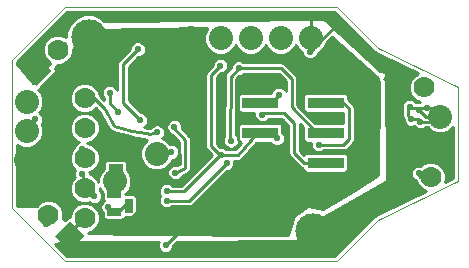
<source format=gbl>
G04 (created by PCBNEW (2013-jul-07)-stable) date Fri 06 Feb 2015 01:54:20 AM EST*
%MOIN*%
G04 Gerber Fmt 3.4, Leading zero omitted, Abs format*
%FSLAX34Y34*%
G01*
G70*
G90*
G04 APERTURE LIST*
%ADD10C,0.00590551*%
%ADD11C,0.00393701*%
%ADD12R,0.045X0.025*%
%ADD13R,0.025X0.045*%
%ADD14R,0.119X0.038*%
%ADD15R,0.07X0.07*%
%ADD16C,0.07*%
%ADD17C,0.08*%
%ADD18C,0.11811*%
%ADD19C,0.022*%
%ADD20C,0.009*%
%ADD21C,0.02*%
%ADD22C,0.01*%
G04 APERTURE END LIST*
G54D10*
G54D11*
X55118Y-14960D02*
X46062Y-14960D01*
X55118Y-23425D02*
X46062Y-23425D01*
X46062Y-23425D02*
X44291Y-21653D01*
X44291Y-16732D02*
X46062Y-14960D01*
X59153Y-20767D02*
X56496Y-22047D01*
X59153Y-17618D02*
X59153Y-20767D01*
X56496Y-16338D02*
X59153Y-17618D01*
X44291Y-16732D02*
X44291Y-21653D01*
X55118Y-14960D02*
X56496Y-16338D01*
X55118Y-23425D02*
X56496Y-22047D01*
G54D12*
X47750Y-20321D03*
X47750Y-19721D03*
G54D13*
X48188Y-21582D03*
X48788Y-21582D03*
G54D12*
X47700Y-21786D03*
X47700Y-21186D03*
G54D14*
X52570Y-18151D03*
X52570Y-19151D03*
X52570Y-20151D03*
X54750Y-18151D03*
X54750Y-19151D03*
X54750Y-20151D03*
G54D15*
X46725Y-16995D03*
G54D16*
X46725Y-17995D03*
X46725Y-18995D03*
X46725Y-19995D03*
X46725Y-20995D03*
X46725Y-21995D03*
G54D17*
X47727Y-20768D03*
G54D10*
G36*
X45118Y-17580D02*
X44623Y-17085D01*
X45118Y-16590D01*
X45613Y-17085D01*
X45118Y-17580D01*
X45118Y-17580D01*
G37*
G54D16*
X45825Y-16378D03*
G54D10*
G36*
X56660Y-17379D02*
X56956Y-16744D01*
X57590Y-17040D01*
X57294Y-17675D01*
X56660Y-17379D01*
X56660Y-17379D01*
G37*
G54D16*
X58031Y-17632D03*
G54D10*
G36*
X57177Y-21496D02*
X56881Y-20862D01*
X57516Y-20566D01*
X57811Y-21200D01*
X57177Y-21496D01*
X57177Y-21496D01*
G37*
G54D16*
X58253Y-20608D03*
G54D10*
G36*
X46714Y-22597D02*
X46219Y-23092D01*
X45724Y-22597D01*
X46219Y-22102D01*
X46714Y-22597D01*
X46714Y-22597D01*
G37*
G54D16*
X45512Y-21890D03*
G54D17*
X58570Y-18610D03*
X58530Y-19660D03*
X49119Y-19845D03*
G54D18*
X46850Y-15944D03*
X54330Y-22440D03*
G54D17*
X51250Y-16000D03*
X52250Y-16000D03*
X53250Y-16000D03*
X50250Y-16000D03*
X44783Y-19094D03*
X44783Y-18110D03*
X44779Y-20062D03*
X54257Y-15981D03*
G54D19*
X47040Y-21258D03*
X46625Y-20535D03*
X49740Y-20478D03*
X49703Y-18959D03*
X53154Y-16169D03*
X57010Y-17260D03*
X46620Y-22869D03*
X44856Y-16623D03*
X44975Y-16905D03*
X58023Y-19509D03*
X57456Y-19516D03*
X57666Y-20027D03*
X54230Y-16443D03*
X58300Y-20040D03*
X46193Y-22703D03*
X57346Y-21031D03*
X53196Y-17878D03*
X57869Y-18375D03*
X49420Y-22890D03*
X51888Y-20169D03*
X50134Y-18277D03*
X54404Y-17045D03*
X53934Y-18258D03*
X51114Y-22323D03*
X56012Y-20295D03*
X48258Y-19985D03*
X48370Y-20734D03*
X50386Y-21945D03*
X48034Y-22449D03*
X53459Y-18978D03*
X51294Y-19308D03*
X56298Y-19290D03*
X56433Y-19005D03*
X56196Y-18888D03*
X56046Y-19188D03*
X57561Y-18277D03*
X57614Y-18689D03*
X58122Y-18329D03*
X57911Y-18779D03*
X45332Y-20062D03*
X45626Y-18949D03*
X49130Y-19132D03*
X49614Y-19788D03*
X45669Y-16535D03*
X46018Y-16240D03*
X58002Y-17850D03*
X58173Y-17651D03*
X57857Y-20502D03*
X58170Y-20620D03*
X45429Y-22196D03*
X45430Y-21980D03*
X52638Y-18543D03*
X54528Y-19545D03*
X45078Y-18700D03*
X45078Y-18110D03*
X47508Y-21624D03*
X47840Y-18446D03*
X47556Y-17816D03*
X48496Y-16366D03*
X48578Y-18732D03*
X49451Y-21411D03*
X51449Y-20156D03*
X51990Y-15987D03*
X51597Y-19416D03*
X51863Y-16996D03*
X54869Y-19202D03*
X51242Y-16911D03*
X49453Y-21094D03*
X51102Y-15993D03*
X51256Y-19882D03*
X53130Y-19338D03*
X46800Y-19044D03*
X46638Y-19686D03*
G54D20*
X46695Y-21000D02*
X46738Y-21000D01*
X46738Y-21000D02*
X47040Y-21258D01*
X46625Y-20535D02*
X46695Y-20775D01*
X46695Y-20775D02*
X46695Y-21000D01*
X49740Y-20478D02*
X50079Y-20312D01*
X50079Y-20312D02*
X50072Y-19386D01*
X50072Y-19386D02*
X49703Y-19007D01*
X49703Y-19007D02*
X49703Y-18959D01*
X53154Y-16169D02*
X53088Y-16103D01*
X53088Y-16103D02*
X53088Y-15966D01*
X46259Y-15157D02*
X46259Y-15219D01*
X46259Y-15219D02*
X44856Y-16623D01*
X54257Y-15110D02*
X46259Y-15157D01*
X54257Y-15110D02*
X54257Y-15981D01*
X54257Y-15981D02*
X54257Y-16416D01*
X54257Y-16416D02*
X54230Y-16443D01*
X46695Y-22000D02*
X46193Y-22501D01*
X46193Y-22501D02*
X46193Y-22703D01*
X57010Y-17260D02*
X57041Y-17228D01*
X57041Y-17228D02*
X57266Y-17228D01*
X46553Y-23257D02*
X46553Y-22935D01*
X46553Y-22935D02*
X46620Y-22869D01*
X45099Y-16623D02*
X44856Y-16623D01*
X44975Y-16905D02*
X44991Y-16921D01*
X44991Y-16921D02*
X44991Y-17093D01*
X57463Y-19509D02*
X58023Y-19509D01*
X57456Y-19516D02*
X57463Y-19509D01*
X57862Y-19901D02*
X57792Y-19901D01*
X57792Y-19901D02*
X57666Y-20027D01*
X58530Y-19660D02*
X57599Y-19660D01*
X57346Y-19912D02*
X57346Y-21031D01*
X57599Y-19660D02*
X57346Y-19912D01*
X55255Y-15405D02*
X55295Y-15405D01*
X54230Y-16443D02*
X55255Y-15405D01*
X58530Y-19660D02*
X58530Y-19810D01*
X58530Y-19810D02*
X58300Y-20040D01*
X58380Y-19610D02*
X57630Y-19610D01*
X57266Y-19246D02*
X57266Y-17228D01*
X57630Y-19610D02*
X57266Y-19246D01*
X55000Y-15110D02*
X55295Y-15405D01*
X57118Y-17228D02*
X57266Y-17228D01*
X55295Y-15405D02*
X57118Y-17228D01*
X46193Y-22897D02*
X46553Y-23257D01*
X46553Y-23257D02*
X46557Y-23261D01*
X46193Y-22703D02*
X46193Y-22897D01*
X57346Y-21031D02*
X57081Y-21031D01*
X54852Y-23261D02*
X57081Y-21031D01*
X46557Y-23261D02*
X54852Y-23261D01*
X52923Y-18151D02*
X52570Y-18151D01*
X53196Y-17878D02*
X52923Y-18151D01*
X54257Y-15110D02*
X55000Y-15110D01*
X48752Y-21465D02*
X48569Y-21465D01*
X48569Y-21465D02*
X48453Y-21349D01*
X48272Y-19999D02*
X48028Y-19999D01*
X48028Y-19999D02*
X47750Y-19721D01*
X58401Y-18779D02*
X58570Y-18610D01*
X57911Y-18779D02*
X58401Y-18779D01*
X58104Y-18610D02*
X57869Y-18375D01*
X58570Y-18610D02*
X58104Y-18610D01*
X57821Y-18689D02*
X57911Y-18779D01*
X57614Y-18689D02*
X57821Y-18689D01*
X51114Y-22323D02*
X49987Y-22323D01*
X49987Y-22323D02*
X49420Y-22890D01*
X51888Y-20169D02*
X51906Y-20151D01*
X51906Y-20151D02*
X52570Y-20151D01*
X47047Y-15944D02*
X50264Y-15944D01*
X50264Y-15944D02*
X50295Y-15975D01*
X50295Y-15975D02*
X50295Y-18116D01*
X50295Y-18116D02*
X50134Y-18277D01*
X47766Y-22289D02*
X47874Y-22289D01*
X47874Y-22289D02*
X48034Y-22449D01*
X45297Y-20097D02*
X45332Y-20062D01*
X54404Y-17045D02*
X53934Y-17515D01*
X53934Y-17515D02*
X53934Y-18258D01*
X51114Y-22323D02*
X51219Y-22218D01*
X51219Y-22218D02*
X51380Y-22218D01*
X56012Y-20295D02*
X55741Y-20566D01*
X55741Y-20566D02*
X53144Y-20566D01*
X53144Y-20566D02*
X52729Y-20151D01*
X52729Y-20151D02*
X52570Y-20151D01*
X45339Y-18081D02*
X46420Y-17000D01*
X46420Y-17000D02*
X46695Y-17000D01*
X46695Y-17000D02*
X47047Y-16647D01*
X47047Y-16647D02*
X47047Y-15944D01*
X48370Y-20734D02*
X48370Y-20097D01*
X48370Y-20097D02*
X48272Y-19999D01*
X48272Y-19999D02*
X48258Y-19985D01*
X48453Y-21231D02*
X48453Y-20817D01*
X48453Y-20817D02*
X48370Y-20734D01*
X50386Y-21945D02*
X48225Y-21945D01*
X48225Y-21945D02*
X48219Y-21951D01*
X50386Y-21945D02*
X50372Y-21931D01*
X50372Y-21931D02*
X50805Y-21614D01*
X48034Y-22449D02*
X48219Y-22264D01*
X48219Y-22264D02*
X48219Y-21951D01*
X52439Y-18825D02*
X53308Y-18825D01*
X53308Y-18825D02*
X53459Y-18976D01*
X53459Y-18976D02*
X53459Y-18978D01*
X51854Y-19530D02*
X51854Y-19411D01*
X51854Y-19411D02*
X51840Y-19397D01*
X51840Y-19397D02*
X51840Y-18844D01*
X51840Y-18844D02*
X51859Y-18825D01*
X51859Y-18825D02*
X52439Y-18825D01*
X52439Y-18825D02*
X52440Y-18824D01*
X51685Y-19645D02*
X51738Y-19645D01*
X51738Y-19645D02*
X51854Y-19530D01*
X51294Y-19308D02*
X51336Y-19350D01*
X51336Y-19350D02*
X51336Y-19554D01*
X51336Y-19554D02*
X51471Y-19689D01*
X51471Y-19689D02*
X51642Y-19689D01*
X51642Y-19689D02*
X51685Y-19645D01*
X51685Y-19645D02*
X51687Y-19644D01*
X50805Y-21614D02*
X51490Y-21231D01*
X51490Y-21231D02*
X52570Y-20151D01*
X48219Y-21951D02*
X48288Y-21951D01*
X48288Y-21951D02*
X48453Y-21786D01*
X48453Y-21786D02*
X48453Y-21660D01*
X48453Y-21660D02*
X48453Y-21349D01*
X48453Y-21349D02*
X48453Y-21231D01*
X56298Y-19290D02*
X56433Y-19155D01*
X56433Y-19155D02*
X56433Y-19005D01*
X56196Y-18888D02*
X56046Y-19038D01*
X56046Y-19038D02*
X56046Y-19188D01*
X57510Y-18396D02*
X57510Y-18328D01*
X57510Y-18328D02*
X57561Y-18277D01*
X57510Y-18315D02*
X57510Y-18396D01*
X57510Y-18396D02*
X57510Y-18585D01*
X57510Y-18585D02*
X57614Y-18689D01*
X58122Y-18329D02*
X58289Y-18329D01*
X58289Y-18329D02*
X58570Y-18610D01*
X57524Y-18329D02*
X58122Y-18329D01*
X57510Y-18315D02*
X57524Y-18329D01*
X45332Y-20062D02*
X45339Y-20055D01*
X45339Y-20055D02*
X45339Y-18816D01*
X45626Y-18949D02*
X45493Y-18816D01*
X45493Y-18816D02*
X45339Y-18816D01*
X45339Y-18816D02*
X45339Y-18081D01*
X46695Y-18000D02*
X47029Y-18000D01*
X47029Y-18000D02*
X47394Y-18365D01*
X47394Y-18365D02*
X47709Y-18927D01*
X47709Y-18927D02*
X48312Y-19085D01*
X48312Y-19085D02*
X48749Y-19170D01*
X48749Y-19170D02*
X48892Y-19204D01*
X48892Y-19204D02*
X49130Y-19132D01*
X49614Y-19788D02*
X49585Y-19817D01*
X49585Y-19817D02*
X49154Y-19817D01*
G54D21*
X45698Y-16386D02*
X45871Y-16386D01*
X45669Y-16535D02*
X45647Y-16556D01*
X45647Y-16556D02*
X45698Y-16386D01*
X45871Y-16386D02*
X46018Y-16240D01*
X58002Y-17850D02*
X58173Y-17678D01*
X58173Y-17678D02*
X58173Y-17651D01*
X57857Y-20502D02*
X57963Y-20608D01*
X57963Y-20608D02*
X58253Y-20608D01*
G54D20*
X58181Y-20608D02*
X58253Y-20608D01*
X58170Y-20620D02*
X58181Y-20608D01*
G54D21*
X45486Y-21996D02*
X45486Y-22144D01*
X45486Y-22144D02*
X45429Y-22196D01*
X45446Y-21996D02*
X45486Y-21996D01*
X45430Y-21980D02*
X45446Y-21996D01*
G54D20*
X53463Y-18594D02*
X53349Y-18480D01*
X53349Y-18480D02*
X52701Y-18480D01*
X52701Y-18480D02*
X52638Y-18543D01*
X54750Y-20151D02*
X54027Y-20151D01*
X53700Y-18831D02*
X53463Y-18594D01*
X53463Y-18594D02*
X53466Y-18597D01*
X53700Y-19824D02*
X53700Y-18831D01*
X54027Y-20151D02*
X53700Y-19824D01*
X54750Y-18151D02*
X55335Y-18151D01*
X55348Y-19545D02*
X54528Y-19545D01*
X55524Y-19369D02*
X55348Y-19545D01*
X55524Y-18340D02*
X55524Y-19369D01*
X55335Y-18151D02*
X55524Y-18340D01*
X45078Y-18700D02*
X44783Y-18996D01*
X44783Y-18996D02*
X44783Y-19094D01*
X45078Y-18110D02*
X44783Y-18110D01*
X47700Y-21786D02*
X47831Y-21786D01*
X47831Y-21786D02*
X48152Y-21465D01*
X47700Y-21786D02*
X47670Y-21786D01*
X47670Y-21786D02*
X47508Y-21624D01*
X47727Y-20768D02*
X47727Y-21159D01*
X47727Y-21159D02*
X47700Y-21186D01*
X47750Y-20321D02*
X47750Y-20745D01*
X47750Y-20745D02*
X47727Y-20768D01*
X47840Y-18446D02*
X47556Y-18162D01*
X47556Y-18162D02*
X47556Y-17816D01*
X47993Y-17271D02*
X47993Y-16869D01*
X47993Y-16869D02*
X48496Y-16366D01*
X48578Y-18732D02*
X47993Y-18147D01*
X47993Y-18147D02*
X47993Y-17271D01*
X49451Y-21411D02*
X50000Y-21411D01*
X50000Y-21411D02*
X50194Y-21411D01*
X50194Y-21411D02*
X51449Y-20156D01*
X51990Y-15987D02*
X52033Y-15944D01*
X52033Y-15944D02*
X52142Y-15944D01*
X51582Y-17277D02*
X51863Y-16996D01*
X51576Y-19395D02*
X51582Y-17277D01*
X51597Y-19416D02*
X51576Y-19395D01*
X54750Y-19151D02*
X54473Y-19151D01*
X53270Y-16996D02*
X51863Y-16996D01*
X53620Y-17346D02*
X53270Y-16996D01*
X53620Y-18298D02*
X53620Y-17346D01*
X54473Y-19151D02*
X53620Y-18298D01*
X54818Y-19151D02*
X54750Y-19151D01*
X54869Y-19202D02*
X54818Y-19151D01*
X51256Y-19882D02*
X51216Y-19882D01*
X51216Y-19882D02*
X50936Y-19602D01*
X50936Y-19602D02*
X50936Y-17217D01*
X50936Y-17217D02*
X51242Y-16911D01*
X49453Y-21094D02*
X49464Y-21105D01*
X49464Y-21105D02*
X50022Y-21105D01*
X50022Y-21105D02*
X51245Y-19882D01*
X51245Y-19882D02*
X51256Y-19882D01*
X51102Y-15993D02*
X51129Y-15966D01*
X51129Y-15966D02*
X51201Y-15966D01*
X51256Y-19882D02*
X51256Y-19897D01*
X52480Y-19151D02*
X52570Y-19151D01*
X51831Y-19899D02*
X52480Y-19151D01*
X51684Y-19899D02*
X51831Y-19899D01*
X51256Y-19897D02*
X51684Y-19899D01*
X52570Y-19151D02*
X53031Y-19151D01*
X53031Y-19151D02*
X53130Y-19338D01*
X46800Y-19044D02*
X46751Y-18995D01*
X46751Y-18995D02*
X46725Y-18995D01*
X46644Y-19254D02*
X46695Y-19203D01*
X46695Y-19203D02*
X46695Y-19000D01*
X46638Y-19686D02*
X46695Y-19887D01*
X46695Y-19887D02*
X46695Y-20000D01*
X46665Y-19698D02*
X46695Y-19728D01*
X46695Y-19728D02*
X46695Y-20000D01*
G54D10*
G36*
X58983Y-20661D02*
X58719Y-20788D01*
X58753Y-20708D01*
X58753Y-20509D01*
X58677Y-20325D01*
X58536Y-20185D01*
X58353Y-20108D01*
X58154Y-20108D01*
X57970Y-20184D01*
X57911Y-20243D01*
X57908Y-20242D01*
X57805Y-20241D01*
X57709Y-20281D01*
X57636Y-20354D01*
X57597Y-20450D01*
X57596Y-20553D01*
X57636Y-20649D01*
X57709Y-20722D01*
X57733Y-20732D01*
X57783Y-20782D01*
X57829Y-20891D01*
X57969Y-21032D01*
X58100Y-21086D01*
X56422Y-21894D01*
X56399Y-21911D01*
X56376Y-21927D01*
X55047Y-23255D01*
X46133Y-23255D01*
X45728Y-22850D01*
X46147Y-22792D01*
X49184Y-22779D01*
X49160Y-22838D01*
X49159Y-22941D01*
X49199Y-23037D01*
X49272Y-23110D01*
X49368Y-23149D01*
X49471Y-23150D01*
X49567Y-23110D01*
X49640Y-23037D01*
X49679Y-22941D01*
X49679Y-22905D01*
X49809Y-22776D01*
X53836Y-22757D01*
X54636Y-21999D01*
X56799Y-20769D01*
X56767Y-17133D01*
X56575Y-17103D01*
X54703Y-15370D01*
X47369Y-15416D01*
X47270Y-15317D01*
X46998Y-15204D01*
X46703Y-15204D01*
X46431Y-15316D01*
X46222Y-15524D01*
X46109Y-15796D01*
X46109Y-15955D01*
X46109Y-15955D01*
X45925Y-15878D01*
X45726Y-15878D01*
X45543Y-15954D01*
X45402Y-16095D01*
X45326Y-16278D01*
X45325Y-16477D01*
X45401Y-16661D01*
X45465Y-16725D01*
X45471Y-16733D01*
X45479Y-16739D01*
X45486Y-16745D01*
X45490Y-16750D01*
X45491Y-16751D01*
X45542Y-16802D01*
X45576Y-16816D01*
X44989Y-17486D01*
X44461Y-16856D01*
X44461Y-16802D01*
X46133Y-15130D01*
X55047Y-15130D01*
X56376Y-16458D01*
X56399Y-16474D01*
X56422Y-16491D01*
X57836Y-17172D01*
X57749Y-17208D01*
X57608Y-17348D01*
X57531Y-17532D01*
X57531Y-17731D01*
X57607Y-17915D01*
X57748Y-18056D01*
X57889Y-18115D01*
X57817Y-18114D01*
X57781Y-18129D01*
X57708Y-18056D01*
X57612Y-18017D01*
X57509Y-18016D01*
X57413Y-18056D01*
X57340Y-18129D01*
X57301Y-18225D01*
X57300Y-18328D01*
X57315Y-18362D01*
X57315Y-18396D01*
X57315Y-18585D01*
X57329Y-18659D01*
X57353Y-18695D01*
X57353Y-18740D01*
X57393Y-18836D01*
X57466Y-18909D01*
X57562Y-18948D01*
X57665Y-18949D01*
X57699Y-18935D01*
X57763Y-18999D01*
X57859Y-19038D01*
X57962Y-19039D01*
X58058Y-18999D01*
X58083Y-18974D01*
X58156Y-18974D01*
X58258Y-19075D01*
X58460Y-19159D01*
X58678Y-19160D01*
X58881Y-19076D01*
X58983Y-18974D01*
X58983Y-20661D01*
X58983Y-20661D01*
G37*
G54D22*
X58983Y-20661D02*
X58719Y-20788D01*
X58753Y-20708D01*
X58753Y-20509D01*
X58677Y-20325D01*
X58536Y-20185D01*
X58353Y-20108D01*
X58154Y-20108D01*
X57970Y-20184D01*
X57911Y-20243D01*
X57908Y-20242D01*
X57805Y-20241D01*
X57709Y-20281D01*
X57636Y-20354D01*
X57597Y-20450D01*
X57596Y-20553D01*
X57636Y-20649D01*
X57709Y-20722D01*
X57733Y-20732D01*
X57783Y-20782D01*
X57829Y-20891D01*
X57969Y-21032D01*
X58100Y-21086D01*
X56422Y-21894D01*
X56399Y-21911D01*
X56376Y-21927D01*
X55047Y-23255D01*
X46133Y-23255D01*
X45728Y-22850D01*
X46147Y-22792D01*
X49184Y-22779D01*
X49160Y-22838D01*
X49159Y-22941D01*
X49199Y-23037D01*
X49272Y-23110D01*
X49368Y-23149D01*
X49471Y-23150D01*
X49567Y-23110D01*
X49640Y-23037D01*
X49679Y-22941D01*
X49679Y-22905D01*
X49809Y-22776D01*
X53836Y-22757D01*
X54636Y-21999D01*
X56799Y-20769D01*
X56767Y-17133D01*
X56575Y-17103D01*
X54703Y-15370D01*
X47369Y-15416D01*
X47270Y-15317D01*
X46998Y-15204D01*
X46703Y-15204D01*
X46431Y-15316D01*
X46222Y-15524D01*
X46109Y-15796D01*
X46109Y-15955D01*
X46109Y-15955D01*
X45925Y-15878D01*
X45726Y-15878D01*
X45543Y-15954D01*
X45402Y-16095D01*
X45326Y-16278D01*
X45325Y-16477D01*
X45401Y-16661D01*
X45465Y-16725D01*
X45471Y-16733D01*
X45479Y-16739D01*
X45486Y-16745D01*
X45490Y-16750D01*
X45491Y-16751D01*
X45542Y-16802D01*
X45576Y-16816D01*
X44989Y-17486D01*
X44461Y-16856D01*
X44461Y-16802D01*
X46133Y-15130D01*
X55047Y-15130D01*
X56376Y-16458D01*
X56399Y-16474D01*
X56422Y-16491D01*
X57836Y-17172D01*
X57749Y-17208D01*
X57608Y-17348D01*
X57531Y-17532D01*
X57531Y-17731D01*
X57607Y-17915D01*
X57748Y-18056D01*
X57889Y-18115D01*
X57817Y-18114D01*
X57781Y-18129D01*
X57708Y-18056D01*
X57612Y-18017D01*
X57509Y-18016D01*
X57413Y-18056D01*
X57340Y-18129D01*
X57301Y-18225D01*
X57300Y-18328D01*
X57315Y-18362D01*
X57315Y-18396D01*
X57315Y-18585D01*
X57329Y-18659D01*
X57353Y-18695D01*
X57353Y-18740D01*
X57393Y-18836D01*
X57466Y-18909D01*
X57562Y-18948D01*
X57665Y-18949D01*
X57699Y-18935D01*
X57763Y-18999D01*
X57859Y-19038D01*
X57962Y-19039D01*
X58058Y-18999D01*
X58083Y-18974D01*
X58156Y-18974D01*
X58258Y-19075D01*
X58460Y-19159D01*
X58678Y-19160D01*
X58881Y-19076D01*
X58983Y-18974D01*
X58983Y-20661D01*
G54D10*
G36*
X56548Y-17478D02*
X56500Y-20552D01*
X55719Y-21045D01*
X55719Y-19369D01*
X55719Y-18340D01*
X55704Y-18265D01*
X55704Y-18265D01*
X55661Y-18202D01*
X55495Y-18035D01*
X55495Y-17931D01*
X55472Y-17876D01*
X55430Y-17833D01*
X55374Y-17811D01*
X55315Y-17810D01*
X54125Y-17810D01*
X54070Y-17833D01*
X54027Y-17875D01*
X54005Y-17931D01*
X54004Y-17990D01*
X54004Y-18370D01*
X54027Y-18425D01*
X54069Y-18468D01*
X54125Y-18490D01*
X54184Y-18491D01*
X55329Y-18491D01*
X55329Y-18810D01*
X55315Y-18810D01*
X54408Y-18810D01*
X53815Y-18217D01*
X53815Y-17346D01*
X53814Y-17345D01*
X53800Y-17271D01*
X53800Y-17271D01*
X53757Y-17208D01*
X53757Y-17208D01*
X53407Y-16858D01*
X53344Y-16815D01*
X53270Y-16801D01*
X52035Y-16801D01*
X52010Y-16775D01*
X51914Y-16736D01*
X51811Y-16735D01*
X51715Y-16775D01*
X51642Y-16848D01*
X51603Y-16944D01*
X51603Y-16980D01*
X51444Y-17139D01*
X51401Y-17202D01*
X51387Y-17277D01*
X51388Y-17283D01*
X51381Y-19263D01*
X51376Y-19268D01*
X51337Y-19364D01*
X51336Y-19467D01*
X51376Y-19563D01*
X51449Y-19636D01*
X51545Y-19675D01*
X51648Y-19676D01*
X51744Y-19636D01*
X51817Y-19563D01*
X51856Y-19467D01*
X51856Y-19435D01*
X51889Y-19468D01*
X51931Y-19485D01*
X51741Y-19704D01*
X51683Y-19704D01*
X51681Y-19704D01*
X51445Y-19703D01*
X51403Y-19661D01*
X51307Y-19622D01*
X51231Y-19621D01*
X51131Y-19521D01*
X51131Y-17297D01*
X51257Y-17171D01*
X51293Y-17171D01*
X51389Y-17131D01*
X51462Y-17058D01*
X51501Y-16962D01*
X51502Y-16859D01*
X51462Y-16763D01*
X51389Y-16690D01*
X51293Y-16651D01*
X51190Y-16650D01*
X51094Y-16690D01*
X51021Y-16763D01*
X50982Y-16859D01*
X50982Y-16895D01*
X50798Y-17079D01*
X50755Y-17142D01*
X50741Y-17217D01*
X50741Y-19602D01*
X50755Y-19676D01*
X50798Y-19739D01*
X50954Y-19896D01*
X50273Y-20577D01*
X50273Y-20299D01*
X50273Y-20298D01*
X50266Y-19384D01*
X50257Y-19337D01*
X50252Y-19314D01*
X50252Y-19312D01*
X50251Y-19310D01*
X50223Y-19268D01*
X50211Y-19250D01*
X50209Y-19248D01*
X50208Y-19247D01*
X50207Y-19246D01*
X49962Y-18994D01*
X49963Y-18907D01*
X49923Y-18811D01*
X49850Y-18738D01*
X49754Y-18699D01*
X49651Y-18698D01*
X49555Y-18738D01*
X49482Y-18811D01*
X49443Y-18907D01*
X49442Y-19010D01*
X49482Y-19106D01*
X49555Y-19179D01*
X49627Y-19209D01*
X49877Y-19466D01*
X49882Y-20190D01*
X49874Y-20195D01*
X49874Y-19736D01*
X49834Y-19640D01*
X49761Y-19567D01*
X49665Y-19528D01*
X49579Y-19527D01*
X49430Y-19379D01*
X49303Y-19326D01*
X49350Y-19279D01*
X49389Y-19183D01*
X49390Y-19080D01*
X49350Y-18984D01*
X49277Y-18911D01*
X49181Y-18872D01*
X49078Y-18871D01*
X48982Y-18911D01*
X48909Y-18984D01*
X48904Y-18996D01*
X48885Y-19002D01*
X48794Y-18980D01*
X48790Y-18980D01*
X48786Y-18978D01*
X48701Y-18962D01*
X48725Y-18952D01*
X48798Y-18879D01*
X48837Y-18783D01*
X48838Y-18680D01*
X48798Y-18584D01*
X48725Y-18511D01*
X48629Y-18472D01*
X48593Y-18472D01*
X48188Y-18066D01*
X48188Y-17271D01*
X48188Y-16949D01*
X48511Y-16626D01*
X48547Y-16626D01*
X48643Y-16586D01*
X48716Y-16513D01*
X48755Y-16417D01*
X48756Y-16314D01*
X48716Y-16218D01*
X48643Y-16145D01*
X48547Y-16106D01*
X48444Y-16105D01*
X48348Y-16145D01*
X48275Y-16218D01*
X48236Y-16314D01*
X48236Y-16350D01*
X47855Y-16731D01*
X47812Y-16794D01*
X47798Y-16869D01*
X47798Y-17271D01*
X47798Y-17720D01*
X47776Y-17668D01*
X47703Y-17595D01*
X47607Y-17556D01*
X47504Y-17555D01*
X47408Y-17595D01*
X47335Y-17668D01*
X47296Y-17764D01*
X47295Y-17867D01*
X47335Y-17963D01*
X47361Y-17988D01*
X47361Y-18056D01*
X47225Y-17920D01*
X47225Y-17895D01*
X47149Y-17712D01*
X47008Y-17571D01*
X46824Y-17495D01*
X46625Y-17494D01*
X46442Y-17570D01*
X46301Y-17711D01*
X46225Y-17895D01*
X46224Y-18094D01*
X46300Y-18277D01*
X46441Y-18418D01*
X46625Y-18494D01*
X46824Y-18495D01*
X47007Y-18419D01*
X47090Y-18336D01*
X47237Y-18483D01*
X47539Y-19022D01*
X47539Y-19022D01*
X47540Y-19025D01*
X47577Y-19066D01*
X47588Y-19080D01*
X47589Y-19080D01*
X47591Y-19082D01*
X47638Y-19105D01*
X47656Y-19114D01*
X47657Y-19114D01*
X47659Y-19115D01*
X48262Y-19273D01*
X48269Y-19274D01*
X48274Y-19276D01*
X48706Y-19360D01*
X48802Y-19383D01*
X48653Y-19533D01*
X48569Y-19735D01*
X48568Y-19953D01*
X48652Y-20156D01*
X48807Y-20310D01*
X49009Y-20394D01*
X49227Y-20395D01*
X49430Y-20311D01*
X49584Y-20156D01*
X49630Y-20048D01*
X49665Y-20048D01*
X49761Y-20008D01*
X49834Y-19935D01*
X49873Y-19839D01*
X49874Y-19736D01*
X49874Y-20195D01*
X49811Y-20226D01*
X49791Y-20218D01*
X49688Y-20217D01*
X49592Y-20257D01*
X49519Y-20330D01*
X49480Y-20426D01*
X49479Y-20529D01*
X49519Y-20625D01*
X49592Y-20698D01*
X49688Y-20737D01*
X49791Y-20738D01*
X49887Y-20698D01*
X49960Y-20625D01*
X49980Y-20577D01*
X50164Y-20487D01*
X50194Y-20464D01*
X50217Y-20448D01*
X50219Y-20444D01*
X50225Y-20440D01*
X50245Y-20406D01*
X50259Y-20385D01*
X50259Y-20381D01*
X50263Y-20375D01*
X50268Y-20334D01*
X50273Y-20310D01*
X50273Y-20301D01*
X50273Y-20299D01*
X50273Y-20577D01*
X49941Y-20910D01*
X49636Y-20910D01*
X49600Y-20873D01*
X49504Y-20834D01*
X49401Y-20833D01*
X49305Y-20873D01*
X49232Y-20946D01*
X49193Y-21042D01*
X49192Y-21145D01*
X49232Y-21241D01*
X49242Y-21251D01*
X49230Y-21263D01*
X49191Y-21359D01*
X49190Y-21462D01*
X49230Y-21558D01*
X49303Y-21631D01*
X49399Y-21670D01*
X49502Y-21671D01*
X49598Y-21631D01*
X49623Y-21606D01*
X50000Y-21606D01*
X50194Y-21606D01*
X50268Y-21591D01*
X50268Y-21591D01*
X50331Y-21548D01*
X51464Y-20416D01*
X51500Y-20416D01*
X51596Y-20376D01*
X51669Y-20303D01*
X51708Y-20207D01*
X51709Y-20104D01*
X51704Y-20094D01*
X51832Y-20093D01*
X51838Y-20092D01*
X51844Y-20093D01*
X51876Y-20084D01*
X51906Y-20078D01*
X51911Y-20075D01*
X51918Y-20073D01*
X51944Y-20053D01*
X51969Y-20036D01*
X51973Y-20030D01*
X51978Y-20026D01*
X52442Y-19491D01*
X52915Y-19491D01*
X52982Y-19558D01*
X53078Y-19597D01*
X53181Y-19598D01*
X53277Y-19558D01*
X53350Y-19485D01*
X53389Y-19389D01*
X53390Y-19286D01*
X53350Y-19190D01*
X53315Y-19155D01*
X53315Y-18931D01*
X53292Y-18876D01*
X53250Y-18833D01*
X53194Y-18811D01*
X53135Y-18810D01*
X51945Y-18810D01*
X51890Y-18833D01*
X51847Y-18875D01*
X51825Y-18931D01*
X51824Y-18990D01*
X51824Y-19286D01*
X51817Y-19268D01*
X51771Y-19222D01*
X51778Y-17356D01*
X51878Y-17256D01*
X51914Y-17256D01*
X52010Y-17216D01*
X52035Y-17191D01*
X53189Y-17191D01*
X53425Y-17426D01*
X53425Y-17751D01*
X53416Y-17730D01*
X53343Y-17657D01*
X53247Y-17618D01*
X53144Y-17617D01*
X53048Y-17657D01*
X52975Y-17730D01*
X52942Y-17810D01*
X51945Y-17810D01*
X51890Y-17833D01*
X51847Y-17875D01*
X51825Y-17931D01*
X51824Y-17990D01*
X51824Y-18370D01*
X51847Y-18425D01*
X51889Y-18468D01*
X51945Y-18490D01*
X52004Y-18491D01*
X52378Y-18491D01*
X52378Y-18491D01*
X52377Y-18594D01*
X52417Y-18690D01*
X52490Y-18763D01*
X52586Y-18802D01*
X52689Y-18803D01*
X52785Y-18763D01*
X52858Y-18690D01*
X52864Y-18675D01*
X53268Y-18675D01*
X53325Y-18731D01*
X53328Y-18734D01*
X53505Y-18911D01*
X53505Y-19824D01*
X53519Y-19898D01*
X53562Y-19961D01*
X53889Y-20288D01*
X53952Y-20331D01*
X53952Y-20331D01*
X54004Y-20341D01*
X54004Y-20370D01*
X54027Y-20425D01*
X54069Y-20468D01*
X54125Y-20490D01*
X54184Y-20491D01*
X55374Y-20491D01*
X55429Y-20468D01*
X55472Y-20426D01*
X55494Y-20370D01*
X55495Y-20311D01*
X55495Y-19931D01*
X55472Y-19876D01*
X55430Y-19833D01*
X55374Y-19811D01*
X55315Y-19810D01*
X54125Y-19810D01*
X54070Y-19833D01*
X54027Y-19875D01*
X54027Y-19876D01*
X53895Y-19743D01*
X53895Y-18848D01*
X54005Y-18958D01*
X54004Y-18990D01*
X54004Y-19370D01*
X54027Y-19425D01*
X54069Y-19468D01*
X54125Y-19490D01*
X54184Y-19491D01*
X54268Y-19491D01*
X54268Y-19493D01*
X54267Y-19596D01*
X54307Y-19692D01*
X54380Y-19765D01*
X54476Y-19804D01*
X54579Y-19805D01*
X54675Y-19765D01*
X54700Y-19740D01*
X55348Y-19740D01*
X55422Y-19725D01*
X55422Y-19725D01*
X55485Y-19682D01*
X55661Y-19506D01*
X55704Y-19443D01*
X55704Y-19443D01*
X55719Y-19369D01*
X55719Y-21045D01*
X54671Y-21706D01*
X54180Y-21575D01*
X53697Y-21908D01*
X53493Y-22549D01*
X48463Y-22512D01*
X48463Y-21777D01*
X48463Y-21327D01*
X48440Y-21272D01*
X48398Y-21229D01*
X48342Y-21207D01*
X48283Y-21206D01*
X48075Y-21206D01*
X48075Y-21197D01*
X48192Y-21079D01*
X48276Y-20877D01*
X48277Y-20659D01*
X48193Y-20456D01*
X48125Y-20388D01*
X48125Y-20166D01*
X48102Y-20111D01*
X48060Y-20068D01*
X48004Y-20046D01*
X47945Y-20045D01*
X47495Y-20045D01*
X47440Y-20068D01*
X47397Y-20110D01*
X47375Y-20166D01*
X47374Y-20225D01*
X47374Y-20342D01*
X47261Y-20456D01*
X47177Y-20658D01*
X47176Y-20779D01*
X47149Y-20712D01*
X47008Y-20571D01*
X46885Y-20520D01*
X46885Y-20483D01*
X46880Y-20471D01*
X47007Y-20419D01*
X47148Y-20278D01*
X47224Y-20094D01*
X47225Y-19895D01*
X47149Y-19712D01*
X47008Y-19571D01*
X46824Y-19495D01*
X46814Y-19495D01*
X46814Y-19495D01*
X46824Y-19495D01*
X47007Y-19419D01*
X47148Y-19278D01*
X47224Y-19094D01*
X47225Y-18895D01*
X47149Y-18712D01*
X47008Y-18571D01*
X46824Y-18495D01*
X46625Y-18494D01*
X46442Y-18570D01*
X46301Y-18711D01*
X46225Y-18895D01*
X46224Y-19094D01*
X46300Y-19277D01*
X46441Y-19418D01*
X46522Y-19452D01*
X46490Y-19465D01*
X46417Y-19538D01*
X46378Y-19634D01*
X46378Y-19634D01*
X46301Y-19711D01*
X46225Y-19895D01*
X46224Y-20094D01*
X46300Y-20277D01*
X46407Y-20384D01*
X46404Y-20387D01*
X46365Y-20483D01*
X46364Y-20586D01*
X46382Y-20629D01*
X46301Y-20711D01*
X46225Y-20895D01*
X46224Y-21094D01*
X46300Y-21277D01*
X46441Y-21418D01*
X46625Y-21494D01*
X46824Y-21495D01*
X46884Y-21470D01*
X46892Y-21478D01*
X46988Y-21517D01*
X47091Y-21518D01*
X47187Y-21478D01*
X47260Y-21405D01*
X47299Y-21309D01*
X47300Y-21206D01*
X47260Y-21110D01*
X47224Y-21075D01*
X47225Y-20993D01*
X47260Y-21079D01*
X47324Y-21143D01*
X47324Y-21340D01*
X47347Y-21395D01*
X47358Y-21406D01*
X47287Y-21476D01*
X47248Y-21572D01*
X47247Y-21675D01*
X47287Y-21771D01*
X47324Y-21808D01*
X47324Y-21940D01*
X47347Y-21995D01*
X47389Y-22038D01*
X47445Y-22060D01*
X47504Y-22061D01*
X47954Y-22061D01*
X48009Y-22038D01*
X48052Y-21996D01*
X48068Y-21957D01*
X48092Y-21957D01*
X48342Y-21957D01*
X48397Y-21934D01*
X48440Y-21892D01*
X48462Y-21836D01*
X48463Y-21777D01*
X48463Y-22512D01*
X46829Y-22500D01*
X46824Y-22495D01*
X47007Y-22419D01*
X47148Y-22278D01*
X47224Y-22094D01*
X47225Y-21895D01*
X47149Y-21712D01*
X47008Y-21571D01*
X46824Y-21495D01*
X46625Y-21494D01*
X46442Y-21570D01*
X46301Y-21711D01*
X46225Y-21895D01*
X46225Y-21952D01*
X46189Y-21952D01*
X46134Y-21975D01*
X46092Y-22017D01*
X46049Y-22061D01*
X45995Y-22030D01*
X46012Y-21990D01*
X46012Y-21791D01*
X45936Y-21607D01*
X45796Y-21466D01*
X45612Y-21390D01*
X45413Y-21390D01*
X45229Y-21466D01*
X45116Y-21579D01*
X44475Y-21598D01*
X44461Y-21583D01*
X44461Y-19549D01*
X44471Y-19560D01*
X44673Y-19644D01*
X44892Y-19644D01*
X45094Y-19561D01*
X45249Y-19406D01*
X45333Y-19204D01*
X45333Y-18985D01*
X45283Y-18863D01*
X45299Y-18848D01*
X45338Y-18752D01*
X45338Y-18649D01*
X45299Y-18553D01*
X45226Y-18480D01*
X45201Y-18470D01*
X45249Y-18422D01*
X45333Y-18220D01*
X45333Y-18174D01*
X45338Y-18162D01*
X45338Y-18058D01*
X45333Y-18046D01*
X45333Y-18001D01*
X45250Y-17799D01*
X45172Y-17721D01*
X45203Y-17708D01*
X45245Y-17665D01*
X45740Y-17170D01*
X45763Y-17115D01*
X45763Y-17056D01*
X45741Y-17000D01*
X45737Y-16997D01*
X45848Y-16878D01*
X45925Y-16878D01*
X46108Y-16802D01*
X46249Y-16662D01*
X46325Y-16478D01*
X46325Y-16373D01*
X46951Y-15709D01*
X50812Y-15659D01*
X50784Y-15688D01*
X50700Y-15890D01*
X50699Y-16108D01*
X50783Y-16311D01*
X50938Y-16465D01*
X51140Y-16549D01*
X51358Y-16550D01*
X51561Y-16466D01*
X51715Y-16311D01*
X51749Y-16230D01*
X51783Y-16311D01*
X51938Y-16465D01*
X52140Y-16549D01*
X52358Y-16550D01*
X52561Y-16466D01*
X52715Y-16311D01*
X52749Y-16230D01*
X52783Y-16311D01*
X52938Y-16465D01*
X53140Y-16549D01*
X53358Y-16550D01*
X53561Y-16466D01*
X53715Y-16311D01*
X53757Y-16212D01*
X53790Y-16292D01*
X53945Y-16446D01*
X53969Y-16457D01*
X53969Y-16494D01*
X54009Y-16590D01*
X54082Y-16663D01*
X54178Y-16702D01*
X54281Y-16703D01*
X54377Y-16663D01*
X54450Y-16590D01*
X54489Y-16494D01*
X54489Y-16479D01*
X54568Y-16447D01*
X54722Y-16292D01*
X54774Y-16168D01*
X54976Y-15963D01*
X56513Y-17339D01*
X56511Y-17342D01*
X56509Y-17402D01*
X56529Y-17458D01*
X56548Y-17478D01*
X56548Y-17478D01*
G37*
G54D22*
X56548Y-17478D02*
X56500Y-20552D01*
X55719Y-21045D01*
X55719Y-19369D01*
X55719Y-18340D01*
X55704Y-18265D01*
X55704Y-18265D01*
X55661Y-18202D01*
X55495Y-18035D01*
X55495Y-17931D01*
X55472Y-17876D01*
X55430Y-17833D01*
X55374Y-17811D01*
X55315Y-17810D01*
X54125Y-17810D01*
X54070Y-17833D01*
X54027Y-17875D01*
X54005Y-17931D01*
X54004Y-17990D01*
X54004Y-18370D01*
X54027Y-18425D01*
X54069Y-18468D01*
X54125Y-18490D01*
X54184Y-18491D01*
X55329Y-18491D01*
X55329Y-18810D01*
X55315Y-18810D01*
X54408Y-18810D01*
X53815Y-18217D01*
X53815Y-17346D01*
X53814Y-17345D01*
X53800Y-17271D01*
X53800Y-17271D01*
X53757Y-17208D01*
X53757Y-17208D01*
X53407Y-16858D01*
X53344Y-16815D01*
X53270Y-16801D01*
X52035Y-16801D01*
X52010Y-16775D01*
X51914Y-16736D01*
X51811Y-16735D01*
X51715Y-16775D01*
X51642Y-16848D01*
X51603Y-16944D01*
X51603Y-16980D01*
X51444Y-17139D01*
X51401Y-17202D01*
X51387Y-17277D01*
X51388Y-17283D01*
X51381Y-19263D01*
X51376Y-19268D01*
X51337Y-19364D01*
X51336Y-19467D01*
X51376Y-19563D01*
X51449Y-19636D01*
X51545Y-19675D01*
X51648Y-19676D01*
X51744Y-19636D01*
X51817Y-19563D01*
X51856Y-19467D01*
X51856Y-19435D01*
X51889Y-19468D01*
X51931Y-19485D01*
X51741Y-19704D01*
X51683Y-19704D01*
X51681Y-19704D01*
X51445Y-19703D01*
X51403Y-19661D01*
X51307Y-19622D01*
X51231Y-19621D01*
X51131Y-19521D01*
X51131Y-17297D01*
X51257Y-17171D01*
X51293Y-17171D01*
X51389Y-17131D01*
X51462Y-17058D01*
X51501Y-16962D01*
X51502Y-16859D01*
X51462Y-16763D01*
X51389Y-16690D01*
X51293Y-16651D01*
X51190Y-16650D01*
X51094Y-16690D01*
X51021Y-16763D01*
X50982Y-16859D01*
X50982Y-16895D01*
X50798Y-17079D01*
X50755Y-17142D01*
X50741Y-17217D01*
X50741Y-19602D01*
X50755Y-19676D01*
X50798Y-19739D01*
X50954Y-19896D01*
X50273Y-20577D01*
X50273Y-20299D01*
X50273Y-20298D01*
X50266Y-19384D01*
X50257Y-19337D01*
X50252Y-19314D01*
X50252Y-19312D01*
X50251Y-19310D01*
X50223Y-19268D01*
X50211Y-19250D01*
X50209Y-19248D01*
X50208Y-19247D01*
X50207Y-19246D01*
X49962Y-18994D01*
X49963Y-18907D01*
X49923Y-18811D01*
X49850Y-18738D01*
X49754Y-18699D01*
X49651Y-18698D01*
X49555Y-18738D01*
X49482Y-18811D01*
X49443Y-18907D01*
X49442Y-19010D01*
X49482Y-19106D01*
X49555Y-19179D01*
X49627Y-19209D01*
X49877Y-19466D01*
X49882Y-20190D01*
X49874Y-20195D01*
X49874Y-19736D01*
X49834Y-19640D01*
X49761Y-19567D01*
X49665Y-19528D01*
X49579Y-19527D01*
X49430Y-19379D01*
X49303Y-19326D01*
X49350Y-19279D01*
X49389Y-19183D01*
X49390Y-19080D01*
X49350Y-18984D01*
X49277Y-18911D01*
X49181Y-18872D01*
X49078Y-18871D01*
X48982Y-18911D01*
X48909Y-18984D01*
X48904Y-18996D01*
X48885Y-19002D01*
X48794Y-18980D01*
X48790Y-18980D01*
X48786Y-18978D01*
X48701Y-18962D01*
X48725Y-18952D01*
X48798Y-18879D01*
X48837Y-18783D01*
X48838Y-18680D01*
X48798Y-18584D01*
X48725Y-18511D01*
X48629Y-18472D01*
X48593Y-18472D01*
X48188Y-18066D01*
X48188Y-17271D01*
X48188Y-16949D01*
X48511Y-16626D01*
X48547Y-16626D01*
X48643Y-16586D01*
X48716Y-16513D01*
X48755Y-16417D01*
X48756Y-16314D01*
X48716Y-16218D01*
X48643Y-16145D01*
X48547Y-16106D01*
X48444Y-16105D01*
X48348Y-16145D01*
X48275Y-16218D01*
X48236Y-16314D01*
X48236Y-16350D01*
X47855Y-16731D01*
X47812Y-16794D01*
X47798Y-16869D01*
X47798Y-17271D01*
X47798Y-17720D01*
X47776Y-17668D01*
X47703Y-17595D01*
X47607Y-17556D01*
X47504Y-17555D01*
X47408Y-17595D01*
X47335Y-17668D01*
X47296Y-17764D01*
X47295Y-17867D01*
X47335Y-17963D01*
X47361Y-17988D01*
X47361Y-18056D01*
X47225Y-17920D01*
X47225Y-17895D01*
X47149Y-17712D01*
X47008Y-17571D01*
X46824Y-17495D01*
X46625Y-17494D01*
X46442Y-17570D01*
X46301Y-17711D01*
X46225Y-17895D01*
X46224Y-18094D01*
X46300Y-18277D01*
X46441Y-18418D01*
X46625Y-18494D01*
X46824Y-18495D01*
X47007Y-18419D01*
X47090Y-18336D01*
X47237Y-18483D01*
X47539Y-19022D01*
X47539Y-19022D01*
X47540Y-19025D01*
X47577Y-19066D01*
X47588Y-19080D01*
X47589Y-19080D01*
X47591Y-19082D01*
X47638Y-19105D01*
X47656Y-19114D01*
X47657Y-19114D01*
X47659Y-19115D01*
X48262Y-19273D01*
X48269Y-19274D01*
X48274Y-19276D01*
X48706Y-19360D01*
X48802Y-19383D01*
X48653Y-19533D01*
X48569Y-19735D01*
X48568Y-19953D01*
X48652Y-20156D01*
X48807Y-20310D01*
X49009Y-20394D01*
X49227Y-20395D01*
X49430Y-20311D01*
X49584Y-20156D01*
X49630Y-20048D01*
X49665Y-20048D01*
X49761Y-20008D01*
X49834Y-19935D01*
X49873Y-19839D01*
X49874Y-19736D01*
X49874Y-20195D01*
X49811Y-20226D01*
X49791Y-20218D01*
X49688Y-20217D01*
X49592Y-20257D01*
X49519Y-20330D01*
X49480Y-20426D01*
X49479Y-20529D01*
X49519Y-20625D01*
X49592Y-20698D01*
X49688Y-20737D01*
X49791Y-20738D01*
X49887Y-20698D01*
X49960Y-20625D01*
X49980Y-20577D01*
X50164Y-20487D01*
X50194Y-20464D01*
X50217Y-20448D01*
X50219Y-20444D01*
X50225Y-20440D01*
X50245Y-20406D01*
X50259Y-20385D01*
X50259Y-20381D01*
X50263Y-20375D01*
X50268Y-20334D01*
X50273Y-20310D01*
X50273Y-20301D01*
X50273Y-20299D01*
X50273Y-20577D01*
X49941Y-20910D01*
X49636Y-20910D01*
X49600Y-20873D01*
X49504Y-20834D01*
X49401Y-20833D01*
X49305Y-20873D01*
X49232Y-20946D01*
X49193Y-21042D01*
X49192Y-21145D01*
X49232Y-21241D01*
X49242Y-21251D01*
X49230Y-21263D01*
X49191Y-21359D01*
X49190Y-21462D01*
X49230Y-21558D01*
X49303Y-21631D01*
X49399Y-21670D01*
X49502Y-21671D01*
X49598Y-21631D01*
X49623Y-21606D01*
X50000Y-21606D01*
X50194Y-21606D01*
X50268Y-21591D01*
X50268Y-21591D01*
X50331Y-21548D01*
X51464Y-20416D01*
X51500Y-20416D01*
X51596Y-20376D01*
X51669Y-20303D01*
X51708Y-20207D01*
X51709Y-20104D01*
X51704Y-20094D01*
X51832Y-20093D01*
X51838Y-20092D01*
X51844Y-20093D01*
X51876Y-20084D01*
X51906Y-20078D01*
X51911Y-20075D01*
X51918Y-20073D01*
X51944Y-20053D01*
X51969Y-20036D01*
X51973Y-20030D01*
X51978Y-20026D01*
X52442Y-19491D01*
X52915Y-19491D01*
X52982Y-19558D01*
X53078Y-19597D01*
X53181Y-19598D01*
X53277Y-19558D01*
X53350Y-19485D01*
X53389Y-19389D01*
X53390Y-19286D01*
X53350Y-19190D01*
X53315Y-19155D01*
X53315Y-18931D01*
X53292Y-18876D01*
X53250Y-18833D01*
X53194Y-18811D01*
X53135Y-18810D01*
X51945Y-18810D01*
X51890Y-18833D01*
X51847Y-18875D01*
X51825Y-18931D01*
X51824Y-18990D01*
X51824Y-19286D01*
X51817Y-19268D01*
X51771Y-19222D01*
X51778Y-17356D01*
X51878Y-17256D01*
X51914Y-17256D01*
X52010Y-17216D01*
X52035Y-17191D01*
X53189Y-17191D01*
X53425Y-17426D01*
X53425Y-17751D01*
X53416Y-17730D01*
X53343Y-17657D01*
X53247Y-17618D01*
X53144Y-17617D01*
X53048Y-17657D01*
X52975Y-17730D01*
X52942Y-17810D01*
X51945Y-17810D01*
X51890Y-17833D01*
X51847Y-17875D01*
X51825Y-17931D01*
X51824Y-17990D01*
X51824Y-18370D01*
X51847Y-18425D01*
X51889Y-18468D01*
X51945Y-18490D01*
X52004Y-18491D01*
X52378Y-18491D01*
X52378Y-18491D01*
X52377Y-18594D01*
X52417Y-18690D01*
X52490Y-18763D01*
X52586Y-18802D01*
X52689Y-18803D01*
X52785Y-18763D01*
X52858Y-18690D01*
X52864Y-18675D01*
X53268Y-18675D01*
X53325Y-18731D01*
X53328Y-18734D01*
X53505Y-18911D01*
X53505Y-19824D01*
X53519Y-19898D01*
X53562Y-19961D01*
X53889Y-20288D01*
X53952Y-20331D01*
X53952Y-20331D01*
X54004Y-20341D01*
X54004Y-20370D01*
X54027Y-20425D01*
X54069Y-20468D01*
X54125Y-20490D01*
X54184Y-20491D01*
X55374Y-20491D01*
X55429Y-20468D01*
X55472Y-20426D01*
X55494Y-20370D01*
X55495Y-20311D01*
X55495Y-19931D01*
X55472Y-19876D01*
X55430Y-19833D01*
X55374Y-19811D01*
X55315Y-19810D01*
X54125Y-19810D01*
X54070Y-19833D01*
X54027Y-19875D01*
X54027Y-19876D01*
X53895Y-19743D01*
X53895Y-18848D01*
X54005Y-18958D01*
X54004Y-18990D01*
X54004Y-19370D01*
X54027Y-19425D01*
X54069Y-19468D01*
X54125Y-19490D01*
X54184Y-19491D01*
X54268Y-19491D01*
X54268Y-19493D01*
X54267Y-19596D01*
X54307Y-19692D01*
X54380Y-19765D01*
X54476Y-19804D01*
X54579Y-19805D01*
X54675Y-19765D01*
X54700Y-19740D01*
X55348Y-19740D01*
X55422Y-19725D01*
X55422Y-19725D01*
X55485Y-19682D01*
X55661Y-19506D01*
X55704Y-19443D01*
X55704Y-19443D01*
X55719Y-19369D01*
X55719Y-21045D01*
X54671Y-21706D01*
X54180Y-21575D01*
X53697Y-21908D01*
X53493Y-22549D01*
X48463Y-22512D01*
X48463Y-21777D01*
X48463Y-21327D01*
X48440Y-21272D01*
X48398Y-21229D01*
X48342Y-21207D01*
X48283Y-21206D01*
X48075Y-21206D01*
X48075Y-21197D01*
X48192Y-21079D01*
X48276Y-20877D01*
X48277Y-20659D01*
X48193Y-20456D01*
X48125Y-20388D01*
X48125Y-20166D01*
X48102Y-20111D01*
X48060Y-20068D01*
X48004Y-20046D01*
X47945Y-20045D01*
X47495Y-20045D01*
X47440Y-20068D01*
X47397Y-20110D01*
X47375Y-20166D01*
X47374Y-20225D01*
X47374Y-20342D01*
X47261Y-20456D01*
X47177Y-20658D01*
X47176Y-20779D01*
X47149Y-20712D01*
X47008Y-20571D01*
X46885Y-20520D01*
X46885Y-20483D01*
X46880Y-20471D01*
X47007Y-20419D01*
X47148Y-20278D01*
X47224Y-20094D01*
X47225Y-19895D01*
X47149Y-19712D01*
X47008Y-19571D01*
X46824Y-19495D01*
X46814Y-19495D01*
X46814Y-19495D01*
X46824Y-19495D01*
X47007Y-19419D01*
X47148Y-19278D01*
X47224Y-19094D01*
X47225Y-18895D01*
X47149Y-18712D01*
X47008Y-18571D01*
X46824Y-18495D01*
X46625Y-18494D01*
X46442Y-18570D01*
X46301Y-18711D01*
X46225Y-18895D01*
X46224Y-19094D01*
X46300Y-19277D01*
X46441Y-19418D01*
X46522Y-19452D01*
X46490Y-19465D01*
X46417Y-19538D01*
X46378Y-19634D01*
X46378Y-19634D01*
X46301Y-19711D01*
X46225Y-19895D01*
X46224Y-20094D01*
X46300Y-20277D01*
X46407Y-20384D01*
X46404Y-20387D01*
X46365Y-20483D01*
X46364Y-20586D01*
X46382Y-20629D01*
X46301Y-20711D01*
X46225Y-20895D01*
X46224Y-21094D01*
X46300Y-21277D01*
X46441Y-21418D01*
X46625Y-21494D01*
X46824Y-21495D01*
X46884Y-21470D01*
X46892Y-21478D01*
X46988Y-21517D01*
X47091Y-21518D01*
X47187Y-21478D01*
X47260Y-21405D01*
X47299Y-21309D01*
X47300Y-21206D01*
X47260Y-21110D01*
X47224Y-21075D01*
X47225Y-20993D01*
X47260Y-21079D01*
X47324Y-21143D01*
X47324Y-21340D01*
X47347Y-21395D01*
X47358Y-21406D01*
X47287Y-21476D01*
X47248Y-21572D01*
X47247Y-21675D01*
X47287Y-21771D01*
X47324Y-21808D01*
X47324Y-21940D01*
X47347Y-21995D01*
X47389Y-22038D01*
X47445Y-22060D01*
X47504Y-22061D01*
X47954Y-22061D01*
X48009Y-22038D01*
X48052Y-21996D01*
X48068Y-21957D01*
X48092Y-21957D01*
X48342Y-21957D01*
X48397Y-21934D01*
X48440Y-21892D01*
X48462Y-21836D01*
X48463Y-21777D01*
X48463Y-22512D01*
X46829Y-22500D01*
X46824Y-22495D01*
X47007Y-22419D01*
X47148Y-22278D01*
X47224Y-22094D01*
X47225Y-21895D01*
X47149Y-21712D01*
X47008Y-21571D01*
X46824Y-21495D01*
X46625Y-21494D01*
X46442Y-21570D01*
X46301Y-21711D01*
X46225Y-21895D01*
X46225Y-21952D01*
X46189Y-21952D01*
X46134Y-21975D01*
X46092Y-22017D01*
X46049Y-22061D01*
X45995Y-22030D01*
X46012Y-21990D01*
X46012Y-21791D01*
X45936Y-21607D01*
X45796Y-21466D01*
X45612Y-21390D01*
X45413Y-21390D01*
X45229Y-21466D01*
X45116Y-21579D01*
X44475Y-21598D01*
X44461Y-21583D01*
X44461Y-19549D01*
X44471Y-19560D01*
X44673Y-19644D01*
X44892Y-19644D01*
X45094Y-19561D01*
X45249Y-19406D01*
X45333Y-19204D01*
X45333Y-18985D01*
X45283Y-18863D01*
X45299Y-18848D01*
X45338Y-18752D01*
X45338Y-18649D01*
X45299Y-18553D01*
X45226Y-18480D01*
X45201Y-18470D01*
X45249Y-18422D01*
X45333Y-18220D01*
X45333Y-18174D01*
X45338Y-18162D01*
X45338Y-18058D01*
X45333Y-18046D01*
X45333Y-18001D01*
X45250Y-17799D01*
X45172Y-17721D01*
X45203Y-17708D01*
X45245Y-17665D01*
X45740Y-17170D01*
X45763Y-17115D01*
X45763Y-17056D01*
X45741Y-17000D01*
X45737Y-16997D01*
X45848Y-16878D01*
X45925Y-16878D01*
X46108Y-16802D01*
X46249Y-16662D01*
X46325Y-16478D01*
X46325Y-16373D01*
X46951Y-15709D01*
X50812Y-15659D01*
X50784Y-15688D01*
X50700Y-15890D01*
X50699Y-16108D01*
X50783Y-16311D01*
X50938Y-16465D01*
X51140Y-16549D01*
X51358Y-16550D01*
X51561Y-16466D01*
X51715Y-16311D01*
X51749Y-16230D01*
X51783Y-16311D01*
X51938Y-16465D01*
X52140Y-16549D01*
X52358Y-16550D01*
X52561Y-16466D01*
X52715Y-16311D01*
X52749Y-16230D01*
X52783Y-16311D01*
X52938Y-16465D01*
X53140Y-16549D01*
X53358Y-16550D01*
X53561Y-16466D01*
X53715Y-16311D01*
X53757Y-16212D01*
X53790Y-16292D01*
X53945Y-16446D01*
X53969Y-16457D01*
X53969Y-16494D01*
X54009Y-16590D01*
X54082Y-16663D01*
X54178Y-16702D01*
X54281Y-16703D01*
X54377Y-16663D01*
X54450Y-16590D01*
X54489Y-16494D01*
X54489Y-16479D01*
X54568Y-16447D01*
X54722Y-16292D01*
X54774Y-16168D01*
X54976Y-15963D01*
X56513Y-17339D01*
X56511Y-17342D01*
X56509Y-17402D01*
X56529Y-17458D01*
X56548Y-17478D01*
M02*

</source>
